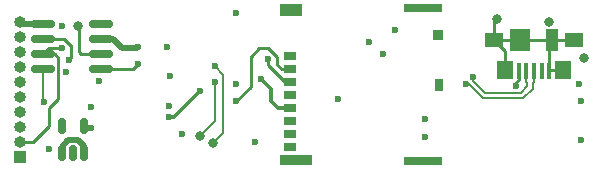
<source format=gbl>
%TF.GenerationSoftware,KiCad,Pcbnew,7.0.8*%
%TF.CreationDate,2023-12-27T11:14:03+01:00*%
%TF.ProjectId,Frost-ESP32,46726f73-742d-4455-9350-33322e6b6963,rev?*%
%TF.SameCoordinates,Original*%
%TF.FileFunction,Copper,L6,Bot*%
%TF.FilePolarity,Positive*%
%FSLAX46Y46*%
G04 Gerber Fmt 4.6, Leading zero omitted, Abs format (unit mm)*
G04 Created by KiCad (PCBNEW 7.0.8) date 2023-12-27 11:14:03*
%MOMM*%
%LPD*%
G01*
G04 APERTURE LIST*
G04 Aperture macros list*
%AMRoundRect*
0 Rectangle with rounded corners*
0 $1 Rounding radius*
0 $2 $3 $4 $5 $6 $7 $8 $9 X,Y pos of 4 corners*
0 Add a 4 corners polygon primitive as box body*
4,1,4,$2,$3,$4,$5,$6,$7,$8,$9,$2,$3,0*
0 Add four circle primitives for the rounded corners*
1,1,$1+$1,$2,$3*
1,1,$1+$1,$4,$5*
1,1,$1+$1,$6,$7*
1,1,$1+$1,$8,$9*
0 Add four rect primitives between the rounded corners*
20,1,$1+$1,$2,$3,$4,$5,0*
20,1,$1+$1,$4,$5,$6,$7,0*
20,1,$1+$1,$6,$7,$8,$9,0*
20,1,$1+$1,$8,$9,$2,$3,0*%
G04 Aperture macros list end*
%TA.AperFunction,ComponentPad*%
%ADD10R,1.000000X1.000000*%
%TD*%
%TA.AperFunction,ComponentPad*%
%ADD11O,1.000000X1.000000*%
%TD*%
%TA.AperFunction,SMDPad,CuDef*%
%ADD12R,1.100000X0.700000*%
%TD*%
%TA.AperFunction,SMDPad,CuDef*%
%ADD13R,0.930000X0.900000*%
%TD*%
%TA.AperFunction,SMDPad,CuDef*%
%ADD14R,0.780000X1.050000*%
%TD*%
%TA.AperFunction,SMDPad,CuDef*%
%ADD15R,1.830000X1.140000*%
%TD*%
%TA.AperFunction,SMDPad,CuDef*%
%ADD16R,2.800000X0.860000*%
%TD*%
%TA.AperFunction,SMDPad,CuDef*%
%ADD17R,3.330000X0.700000*%
%TD*%
%TA.AperFunction,SMDPad,CuDef*%
%ADD18RoundRect,0.150000X0.150000X-0.512500X0.150000X0.512500X-0.150000X0.512500X-0.150000X-0.512500X0*%
%TD*%
%TA.AperFunction,SMDPad,CuDef*%
%ADD19R,0.450000X1.380000*%
%TD*%
%TA.AperFunction,SMDPad,CuDef*%
%ADD20R,1.650000X1.300000*%
%TD*%
%TA.AperFunction,SMDPad,CuDef*%
%ADD21R,1.425000X1.550000*%
%TD*%
%TA.AperFunction,SMDPad,CuDef*%
%ADD22R,1.800000X1.900000*%
%TD*%
%TA.AperFunction,SMDPad,CuDef*%
%ADD23R,1.000000X1.900000*%
%TD*%
%TA.AperFunction,SMDPad,CuDef*%
%ADD24RoundRect,0.150000X0.825000X0.150000X-0.825000X0.150000X-0.825000X-0.150000X0.825000X-0.150000X0*%
%TD*%
%TA.AperFunction,ViaPad*%
%ADD25C,0.600000*%
%TD*%
%TA.AperFunction,ViaPad*%
%ADD26C,0.800000*%
%TD*%
%TA.AperFunction,Conductor*%
%ADD27C,0.500000*%
%TD*%
%TA.AperFunction,Conductor*%
%ADD28C,0.200000*%
%TD*%
%TA.AperFunction,Conductor*%
%ADD29C,0.250000*%
%TD*%
%TA.AperFunction,Conductor*%
%ADD30C,0.300000*%
%TD*%
G04 APERTURE END LIST*
D10*
%TO.P,J2,1,Pin_1*%
%TO.N,/Vconn*%
X95500000Y-109930000D03*
D11*
%TO.P,J2,2,Pin_2*%
%TO.N,/CANL*%
X95500000Y-108660000D03*
%TO.P,J2,3,Pin_3*%
%TO.N,/CANH*%
X95500000Y-107390000D03*
%TO.P,J2,4,Pin_4*%
%TO.N,GND*%
X95500000Y-106120000D03*
%TO.P,J2,5,Pin_5*%
%TO.N,+5V*%
X95500000Y-104850000D03*
%TO.P,J2,6,Pin_6*%
%TO.N,/RX*%
X95500000Y-103580000D03*
%TO.P,J2,7,Pin_7*%
%TO.N,/TX*%
X95500000Y-102310000D03*
%TO.P,J2,8,Pin_8*%
%TO.N,/GPIO8*%
X95500000Y-101040000D03*
%TO.P,J2,9,Pin_9*%
%TO.N,/GPIO10*%
X95500000Y-99770000D03*
%TO.P,J2,10,Pin_10*%
%TO.N,GND*%
X95500000Y-98500000D03*
%TD*%
D12*
%TO.P,J1,1,DAT2*%
%TO.N,unconnected-(J1-DAT2-Pad1)*%
X118375000Y-101420000D03*
%TO.P,J1,2,DAT3/CD*%
%TO.N,/SD_CS*%
X118375000Y-102520000D03*
%TO.P,J1,3,CMD*%
%TO.N,/SD_MOSI*%
X118375000Y-103620000D03*
%TO.P,J1,4,VDD*%
%TO.N,+3V3*%
X118375000Y-104720000D03*
%TO.P,J1,5,CLK*%
%TO.N,/SD_SCK*%
X118375000Y-105820000D03*
%TO.P,J1,6,VSS*%
%TO.N,GND*%
X118375000Y-106920000D03*
%TO.P,J1,7,DAT0*%
%TO.N,/SD_MISO*%
X118375000Y-108020000D03*
%TO.P,J1,8,DAT1*%
%TO.N,unconnected-(J1-DAT1-Pad8)*%
X118375000Y-109120000D03*
D13*
%TO.P,J1,9,DET_B*%
%TO.N,unconnected-(J1-DET_B-Pad9)*%
X130840000Y-99630000D03*
D14*
%TO.P,J1,10,DET_A*%
%TO.N,unconnected-(J1-DET_A-Pad10)*%
X130915000Y-103895000D03*
D15*
%TO.P,J1,P1,P1*%
%TO.N,GND*%
X118390000Y-97540000D03*
D16*
%TO.P,J1,P2*%
%TO.N,N/C*%
X118875000Y-110200000D03*
D17*
%TO.P,J1,P3*%
X129640000Y-97320000D03*
%TO.P,J1,P4*%
X129640000Y-110280000D03*
%TD*%
D18*
%TO.P,U2,1,VIN*%
%TO.N,+5V*%
X100900000Y-109637500D03*
%TO.P,U2,2,GND*%
%TO.N,GND*%
X99950000Y-109637500D03*
%TO.P,U2,3,EN*%
%TO.N,+5V*%
X99000000Y-109637500D03*
%TO.P,U2,4,NC*%
%TO.N,unconnected-(U2-NC-Pad4)*%
X99000000Y-107362500D03*
%TO.P,U2,5,VOUT*%
%TO.N,+3V3*%
X100900000Y-107362500D03*
%TD*%
D19*
%TO.P,J3,1,VBUS*%
%TO.N,/Vbus*%
X137695000Y-102715000D03*
%TO.P,J3,2,D-*%
%TO.N,/USB_D-*%
X138345000Y-102715000D03*
%TO.P,J3,3,D+*%
%TO.N,/USB_D+*%
X138995000Y-102715000D03*
%TO.P,J3,4,ID*%
%TO.N,unconnected-(J3-ID-Pad4)*%
X139645000Y-102715000D03*
%TO.P,J3,5,GND*%
%TO.N,GND*%
X140295000Y-102715000D03*
D20*
%TO.P,J3,6,Shield*%
X135620000Y-100055000D03*
D21*
X136507500Y-102630000D03*
D22*
X137845000Y-100055000D03*
D23*
X140545000Y-100055000D03*
D21*
X141482500Y-102630000D03*
D20*
X142370000Y-100055000D03*
%TD*%
D24*
%TO.P,U3,1,TXD*%
%TO.N,/CAN_TX*%
X102375000Y-98695000D03*
%TO.P,U3,2,GND*%
%TO.N,GND*%
X102375000Y-99965000D03*
%TO.P,U3,3,VCC*%
%TO.N,+5V*%
X102375000Y-101235000D03*
%TO.P,U3,4,RXD*%
%TO.N,/CAN_RX*%
X102375000Y-102505000D03*
%TO.P,U3,5,VIO*%
%TO.N,+3V3*%
X97425000Y-102505000D03*
%TO.P,U3,6,CANL*%
%TO.N,/CANL*%
X97425000Y-101235000D03*
%TO.P,U3,7,CANH*%
%TO.N,/CANH*%
X97425000Y-99965000D03*
%TO.P,U3,8,S*%
%TO.N,GND*%
X97425000Y-98695000D03*
%TD*%
D25*
%TO.N,/TX*%
X112000000Y-102275500D03*
D26*
X111800000Y-108800000D03*
D25*
%TO.N,/RX*%
X112000000Y-103600000D03*
D26*
X110700000Y-108200000D03*
D25*
%TO.N,/Vconn*%
X99000000Y-98900000D03*
%TO.N,+3V3*%
X108100000Y-105600000D03*
X101500000Y-107500000D03*
X118375000Y-104720000D03*
X102124307Y-103500554D03*
X97475500Y-105257744D03*
X113750000Y-97750000D03*
X142800000Y-103800000D03*
%TO.N,GND*%
X109200000Y-108000000D03*
D26*
X135900000Y-98300000D03*
D25*
X105475000Y-100650000D03*
X97900000Y-109300000D03*
X99923385Y-109720839D03*
X143000000Y-105212500D03*
X143000000Y-108500000D03*
X122360000Y-105050000D03*
X107925000Y-100650000D03*
X118375000Y-106920000D03*
X115400000Y-108700000D03*
X118250000Y-97750000D03*
X101500000Y-105700000D03*
%TO.N,/CANH*%
X99650500Y-101710000D03*
%TO.N,/CANL*%
X99000000Y-100690000D03*
%TO.N,+5V*%
X100900000Y-109637500D03*
D26*
X140300000Y-98500000D03*
X100400000Y-98900000D03*
D25*
%TO.N,/USB_D+*%
X133199479Y-103800521D03*
%TO.N,/USB_D-*%
X133800521Y-103199479D03*
%TO.N,/SD_CS*%
X113750000Y-105250000D03*
%TO.N,/CAN_RX*%
X105490969Y-102054500D03*
X125000000Y-100200000D03*
%TO.N,/CAN_TX*%
X127200000Y-99200000D03*
X102600000Y-98700000D03*
%TO.N,/SD_MOSI*%
X116500000Y-101660500D03*
%TO.N,/SD_SCK*%
X115895250Y-103354750D03*
%TO.N,/SD_MISO*%
X118375000Y-108020000D03*
X113750000Y-103750000D03*
%TO.N,/GPIO8*%
X99349500Y-102800000D03*
X108200000Y-103100000D03*
%TO.N,/GPIO10*%
X126250000Y-101250000D03*
%TO.N,/RX*%
X129750000Y-108250000D03*
%TO.N,/TX*%
X129750000Y-106750000D03*
%TO.N,Net-(U1-EN{slash}CHIP_PU)*%
X108100000Y-106610000D03*
X110700000Y-104400000D03*
%TO.N,/Vbus*%
X137500000Y-103925500D03*
D26*
X143200000Y-101600000D03*
%TD*%
D27*
%TO.N,GND*%
X103365000Y-99965000D02*
X102375000Y-99965000D01*
X104100000Y-100700000D02*
X103365000Y-99965000D01*
X105475000Y-100650000D02*
X105425000Y-100700000D01*
X105425000Y-100700000D02*
X104100000Y-100700000D01*
D28*
%TO.N,/TX*%
X112700000Y-107900000D02*
X112700000Y-102975500D01*
X111800000Y-108800000D02*
X112700000Y-107900000D01*
X112700000Y-102975500D02*
X112000000Y-102275500D01*
%TO.N,/RX*%
X112000000Y-106900000D02*
X112000000Y-103600000D01*
X110700000Y-108200000D02*
X112000000Y-106900000D01*
%TO.N,+3V3*%
X97425000Y-105207244D02*
X97425000Y-102505000D01*
X97475500Y-105257744D02*
X97425000Y-105207244D01*
D27*
X101037500Y-107500000D02*
X100900000Y-107362500D01*
X101500000Y-107500000D02*
X101037500Y-107500000D01*
D29*
%TO.N,GND*%
X141482500Y-102630000D02*
X140380000Y-102630000D01*
X140295000Y-102715000D02*
X140295000Y-100305000D01*
D28*
X138345000Y-100345000D02*
X137500000Y-99500000D01*
D29*
X135620000Y-100055000D02*
X135620000Y-98580000D01*
X135620000Y-100055000D02*
X137845000Y-100055000D01*
X136507500Y-102630000D02*
X136507500Y-100942500D01*
D30*
X118390000Y-97610000D02*
X118250000Y-97750000D01*
D29*
X136507500Y-100942500D02*
X135620000Y-100055000D01*
D27*
X99950000Y-109694224D02*
X99923385Y-109720839D01*
D29*
X140380000Y-102630000D02*
X140295000Y-102715000D01*
D27*
X99950000Y-109637500D02*
X99950000Y-109694224D01*
D29*
X137845000Y-100055000D02*
X140545000Y-100055000D01*
X142370000Y-100055000D02*
X140545000Y-100055000D01*
D27*
X95695000Y-98695000D02*
X95500000Y-98500000D01*
D29*
X135620000Y-98580000D02*
X135900000Y-98300000D01*
X140295000Y-100305000D02*
X140545000Y-100055000D01*
D30*
X118390000Y-97540000D02*
X118390000Y-97610000D01*
D27*
X97425000Y-98695000D02*
X95695000Y-98695000D01*
D29*
%TO.N,/CANH*%
X99165000Y-99965000D02*
X99700000Y-100500000D01*
X99800000Y-101560500D02*
X99650500Y-101710000D01*
X97425000Y-99965000D02*
X99165000Y-99965000D01*
X99700000Y-100500000D02*
X99800000Y-100500000D01*
X99800000Y-100500000D02*
X99800000Y-101560500D01*
%TO.N,/CANL*%
X98400000Y-101235000D02*
X98725000Y-101560000D01*
X98725000Y-105012500D02*
X98653248Y-105012500D01*
X97970000Y-100690000D02*
X97425000Y-101235000D01*
X98725000Y-101560000D02*
X98725000Y-105012500D01*
X99000000Y-100690000D02*
X97970000Y-100690000D01*
X97900000Y-107300000D02*
X96540000Y-108660000D01*
X96540000Y-108660000D02*
X95500000Y-108660000D01*
X98653248Y-105012500D02*
X97900000Y-105765748D01*
X97425000Y-101235000D02*
X98400000Y-101235000D01*
X97900000Y-105765748D02*
X97900000Y-107300000D01*
D27*
%TO.N,+5V*%
X100900000Y-109012500D02*
X100900000Y-109637500D01*
D29*
X100500000Y-101100000D02*
X100500000Y-99000000D01*
X100500000Y-99000000D02*
X100400000Y-98900000D01*
X100635000Y-101235000D02*
X100500000Y-101100000D01*
D27*
X100412500Y-108525000D02*
X100900000Y-109012500D01*
X99000000Y-109076472D02*
X99551472Y-108525000D01*
X99000000Y-109637500D02*
X99000000Y-109076472D01*
X99551472Y-108525000D02*
X100412500Y-108525000D01*
D29*
X102375000Y-101235000D02*
X100635000Y-101235000D01*
D28*
%TO.N,/USB_D+*%
X138895000Y-104173200D02*
X138093200Y-104975000D01*
X138093200Y-104975000D02*
X134656801Y-104975000D01*
X138995000Y-103580000D02*
X138895000Y-103680000D01*
X138995000Y-103155000D02*
X138995000Y-103580000D01*
X133482322Y-103800521D02*
X133199479Y-103800521D01*
X134656801Y-104975000D02*
X133482322Y-103800521D01*
X138895000Y-103680000D02*
X138895000Y-104173200D01*
%TO.N,/USB_D-*%
X138345000Y-103155000D02*
X138345000Y-103580000D01*
X137906800Y-104525000D02*
X134843199Y-104525000D01*
X138345000Y-103580000D02*
X138445000Y-103680000D01*
X138445000Y-103986800D02*
X137906800Y-104525000D01*
X134843199Y-104525000D02*
X133800521Y-103482322D01*
X138445000Y-103680000D02*
X138445000Y-103986800D01*
X133800521Y-103482322D02*
X133800521Y-103199479D01*
D29*
%TO.N,/SD_CS*%
X116473384Y-100750000D02*
X117250000Y-101526616D01*
X115750000Y-100750000D02*
X116473384Y-100750000D01*
X117625000Y-102520000D02*
X118375000Y-102520000D01*
X115000000Y-104000000D02*
X115000000Y-101500000D01*
X117250000Y-102145000D02*
X117625000Y-102520000D01*
X113750000Y-105250000D02*
X115000000Y-104000000D01*
X117250000Y-101526616D02*
X117250000Y-102145000D01*
X115000000Y-101500000D02*
X115750000Y-100750000D01*
%TO.N,/CAN_RX*%
X105045469Y-102500000D02*
X105490969Y-102054500D01*
X102375000Y-102505000D02*
X102380000Y-102500000D01*
X102380000Y-102500000D02*
X105045469Y-102500000D01*
D27*
%TO.N,/CAN_TX*%
X102375000Y-98695000D02*
X102595000Y-98695000D01*
X102595000Y-98695000D02*
X102600000Y-98700000D01*
D29*
%TO.N,/SD_MOSI*%
X116500000Y-102204620D02*
X117915380Y-103620000D01*
X117915380Y-103620000D02*
X118375000Y-103620000D01*
X116500000Y-101660500D02*
X116500000Y-102204620D01*
D30*
%TO.N,/SD_SCK*%
X116700000Y-104159500D02*
X116700000Y-105200000D01*
X116700000Y-105200000D02*
X117320000Y-105820000D01*
X117320000Y-105820000D02*
X118375000Y-105820000D01*
X115895250Y-103354750D02*
X116700000Y-104159500D01*
%TO.N,Net-(U1-EN{slash}CHIP_PU)*%
X108490000Y-106610000D02*
X110700000Y-104400000D01*
X108100000Y-106610000D02*
X108490000Y-106610000D01*
D29*
%TO.N,/Vbus*%
X137695000Y-103405000D02*
X137695000Y-102715000D01*
X137500000Y-103925500D02*
X137500000Y-103600000D01*
X137500000Y-103600000D02*
X137695000Y-103405000D01*
%TD*%
M02*

</source>
